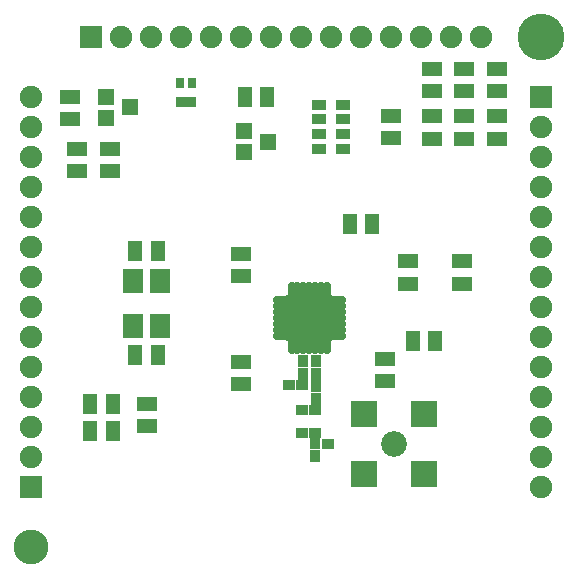
<source format=gts>
G04 (created by PCBNEW (2013-mar-13)-testing) date Sun 04 Aug 2013 09:21:59 PM CEST*
%MOIN*%
G04 Gerber Fmt 3.4, Leading zero omitted, Abs format*
%FSLAX34Y34*%
G01*
G70*
G90*
G04 APERTURE LIST*
%ADD10C,0.005906*%
%ADD11C,0.116000*%
%ADD12R,0.052000X0.052000*%
%ADD13R,0.027800X0.035700*%
%ADD14O,0.027000X0.055400*%
%ADD15O,0.055400X0.027000*%
%ADD16R,0.153800X0.153800*%
%ADD17R,0.047500X0.035700*%
%ADD18R,0.067200X0.079000*%
%ADD19C,0.156000*%
%ADD20R,0.071000X0.051000*%
%ADD21R,0.051000X0.071000*%
%ADD22C,0.086000*%
%ADD23R,0.086000X0.086000*%
%ADD24R,0.075100X0.075100*%
%ADD25C,0.075100*%
%ADD26R,0.036000X0.039600*%
%ADD27R,0.039600X0.036000*%
G04 APERTURE END LIST*
G54D10*
G54D11*
X21000Y-38000D03*
G54D12*
X28100Y-24850D03*
X28100Y-24150D03*
X28900Y-24500D03*
X23507Y-23705D03*
X23507Y-23005D03*
X24307Y-23355D03*
G54D13*
X25975Y-22549D03*
X26369Y-22549D03*
X26369Y-23179D03*
X26172Y-23179D03*
X25975Y-23179D03*
G54D14*
X29679Y-29425D03*
X30664Y-29425D03*
X30861Y-29425D03*
X30270Y-29425D03*
X30467Y-29425D03*
X30073Y-29425D03*
X29876Y-29425D03*
X29876Y-31315D03*
X30073Y-31315D03*
X30467Y-31315D03*
X30270Y-31315D03*
X30664Y-31315D03*
X30861Y-31315D03*
X29679Y-31315D03*
G54D15*
X31215Y-30370D03*
X31215Y-30567D03*
X31215Y-30961D03*
X31215Y-30764D03*
X31215Y-29976D03*
X31215Y-30173D03*
X31215Y-29779D03*
X29325Y-29779D03*
X29325Y-30173D03*
X29325Y-29976D03*
X29325Y-30764D03*
X29325Y-30961D03*
X29325Y-30567D03*
X29325Y-30370D03*
G54D16*
X30270Y-30370D03*
G54D17*
X31394Y-23262D03*
X31394Y-23754D03*
X31394Y-24738D03*
X31394Y-24246D03*
X30606Y-24246D03*
X30606Y-24738D03*
X30606Y-23754D03*
X30606Y-23262D03*
G54D18*
X25295Y-29133D03*
X25295Y-30629D03*
X24389Y-30629D03*
X24389Y-29133D03*
G54D19*
X38000Y-21000D03*
G54D20*
X24850Y-33225D03*
X24850Y-33975D03*
G54D21*
X28125Y-23000D03*
X28875Y-23000D03*
G54D20*
X23632Y-25474D03*
X23632Y-24724D03*
X22304Y-22990D03*
X22304Y-23740D03*
X33000Y-23625D03*
X33000Y-24375D03*
G54D21*
X22975Y-34150D03*
X23725Y-34150D03*
X24475Y-28150D03*
X25225Y-28150D03*
X25225Y-31600D03*
X24475Y-31600D03*
G54D20*
X28000Y-28975D03*
X28000Y-28225D03*
X32800Y-31725D03*
X32800Y-32475D03*
X28000Y-31825D03*
X28000Y-32575D03*
X33550Y-29225D03*
X33550Y-28475D03*
X36515Y-22065D03*
X36515Y-22815D03*
X35432Y-22065D03*
X35432Y-22815D03*
X34350Y-22065D03*
X34350Y-22815D03*
G54D21*
X23725Y-33250D03*
X22975Y-33250D03*
X32375Y-27250D03*
X31625Y-27250D03*
G54D20*
X36515Y-23640D03*
X36515Y-24390D03*
X35432Y-23640D03*
X35432Y-24390D03*
X34350Y-23640D03*
X34350Y-24390D03*
X22530Y-24724D03*
X22530Y-25474D03*
G54D21*
X34475Y-31150D03*
X33725Y-31150D03*
G54D20*
X35350Y-28475D03*
X35350Y-29225D03*
G54D22*
X33090Y-34560D03*
G54D23*
X32090Y-35560D03*
X32090Y-33560D03*
X34090Y-33560D03*
X34090Y-35560D03*
G54D24*
X23000Y-21000D03*
G54D25*
X24000Y-21000D03*
X25000Y-21000D03*
X26000Y-21000D03*
X27000Y-21000D03*
X28000Y-21000D03*
X29000Y-21000D03*
X30000Y-21000D03*
X31000Y-21000D03*
X32000Y-21000D03*
X33000Y-21000D03*
X34000Y-21000D03*
X35000Y-21000D03*
X36000Y-21000D03*
G54D24*
X21000Y-36000D03*
G54D25*
X21000Y-35000D03*
X21000Y-34000D03*
X21000Y-33000D03*
X21000Y-32000D03*
X21000Y-31000D03*
X21000Y-30000D03*
X21000Y-29000D03*
X21000Y-28000D03*
X21000Y-27000D03*
X21000Y-26000D03*
X21000Y-25000D03*
X21000Y-24000D03*
X21000Y-23000D03*
G54D24*
X38000Y-23000D03*
G54D25*
X38000Y-24000D03*
X38000Y-25000D03*
X38000Y-26000D03*
X38000Y-27000D03*
X38000Y-28000D03*
X38000Y-29000D03*
X38000Y-30000D03*
X38000Y-31000D03*
X38000Y-32000D03*
X38000Y-33000D03*
X38000Y-34000D03*
X38000Y-35000D03*
X38000Y-36000D03*
G54D26*
X30480Y-31812D03*
X30480Y-32248D03*
X30060Y-31812D03*
X30060Y-32248D03*
G54D27*
X30038Y-32600D03*
X29602Y-32600D03*
G54D26*
X30480Y-32652D03*
X30480Y-33088D03*
G54D27*
X30022Y-33450D03*
X30458Y-33450D03*
X30032Y-34200D03*
X30468Y-34200D03*
G54D26*
X30470Y-34988D03*
X30470Y-34552D03*
G54D27*
X30888Y-34560D03*
M02*

</source>
